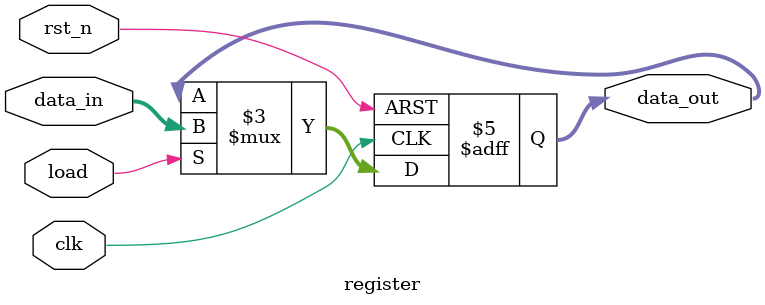
<source format=sv>
module register(
	input	logic 		clk,
	input	logic 		rst_n,
	input	logic 		load,
	input	logic [15:0]data_in,
	output	logic [15:0]data_out 
	
	);
	
	always_ff @(posedge clk or negedge rst_n) begin
		if (~rst_n)
			data_out <=16'b0;
		else if (load)
			data_out <= data_in[15:0];
	end 
	
endmodule// register
</source>
